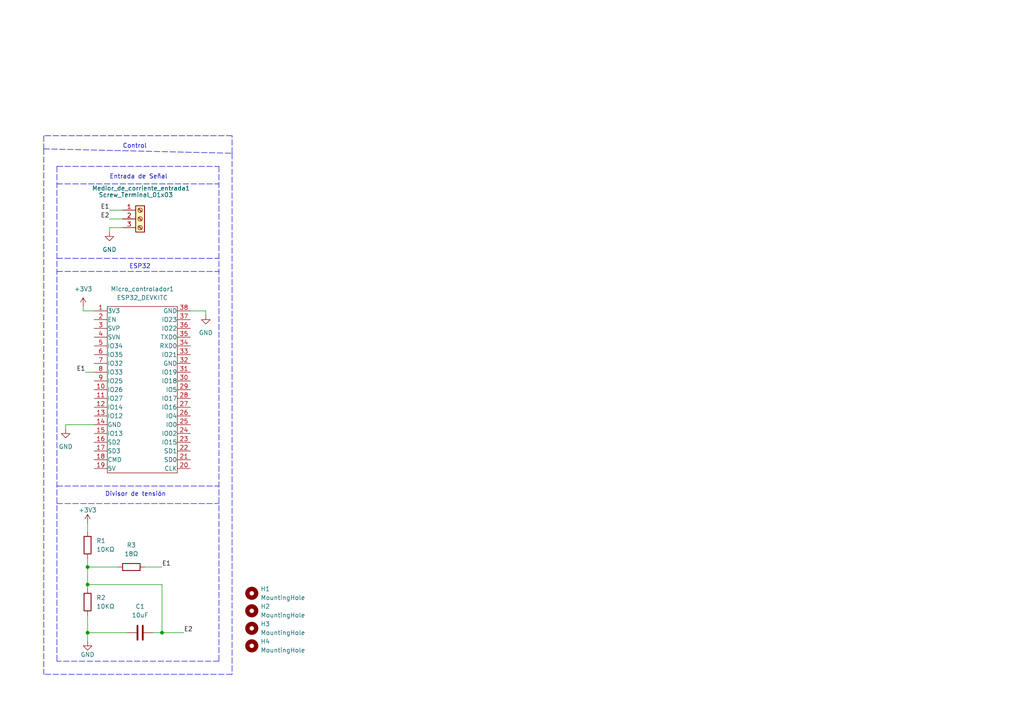
<source format=kicad_sch>
(kicad_sch (version 20211123) (generator eeschema)

  (uuid e63e39d7-6ac0-4ffd-8aa3-1841a4541b55)

  (paper "A4")

  (lib_symbols
    (symbol "Connector:Screw_Terminal_01x03" (pin_names (offset 1.016) hide) (in_bom yes) (on_board yes)
      (property "Reference" "J" (id 0) (at 0 5.08 0)
        (effects (font (size 1.27 1.27)))
      )
      (property "Value" "Screw_Terminal_01x03" (id 1) (at 0 -5.08 0)
        (effects (font (size 1.27 1.27)))
      )
      (property "Footprint" "" (id 2) (at 0 0 0)
        (effects (font (size 1.27 1.27)) hide)
      )
      (property "Datasheet" "~" (id 3) (at 0 0 0)
        (effects (font (size 1.27 1.27)) hide)
      )
      (property "ki_keywords" "screw terminal" (id 4) (at 0 0 0)
        (effects (font (size 1.27 1.27)) hide)
      )
      (property "ki_description" "Generic screw terminal, single row, 01x03, script generated (kicad-library-utils/schlib/autogen/connector/)" (id 5) (at 0 0 0)
        (effects (font (size 1.27 1.27)) hide)
      )
      (property "ki_fp_filters" "TerminalBlock*:*" (id 6) (at 0 0 0)
        (effects (font (size 1.27 1.27)) hide)
      )
      (symbol "Screw_Terminal_01x03_1_1"
        (rectangle (start -1.27 3.81) (end 1.27 -3.81)
          (stroke (width 0.254) (type default) (color 0 0 0 0))
          (fill (type background))
        )
        (circle (center 0 -2.54) (radius 0.635)
          (stroke (width 0.1524) (type default) (color 0 0 0 0))
          (fill (type none))
        )
        (polyline
          (pts
            (xy -0.5334 -2.2098)
            (xy 0.3302 -3.048)
          )
          (stroke (width 0.1524) (type default) (color 0 0 0 0))
          (fill (type none))
        )
        (polyline
          (pts
            (xy -0.5334 0.3302)
            (xy 0.3302 -0.508)
          )
          (stroke (width 0.1524) (type default) (color 0 0 0 0))
          (fill (type none))
        )
        (polyline
          (pts
            (xy -0.5334 2.8702)
            (xy 0.3302 2.032)
          )
          (stroke (width 0.1524) (type default) (color 0 0 0 0))
          (fill (type none))
        )
        (polyline
          (pts
            (xy -0.3556 -2.032)
            (xy 0.508 -2.8702)
          )
          (stroke (width 0.1524) (type default) (color 0 0 0 0))
          (fill (type none))
        )
        (polyline
          (pts
            (xy -0.3556 0.508)
            (xy 0.508 -0.3302)
          )
          (stroke (width 0.1524) (type default) (color 0 0 0 0))
          (fill (type none))
        )
        (polyline
          (pts
            (xy -0.3556 3.048)
            (xy 0.508 2.2098)
          )
          (stroke (width 0.1524) (type default) (color 0 0 0 0))
          (fill (type none))
        )
        (circle (center 0 0) (radius 0.635)
          (stroke (width 0.1524) (type default) (color 0 0 0 0))
          (fill (type none))
        )
        (circle (center 0 2.54) (radius 0.635)
          (stroke (width 0.1524) (type default) (color 0 0 0 0))
          (fill (type none))
        )
        (pin passive line (at -5.08 2.54 0) (length 3.81)
          (name "Pin_1" (effects (font (size 1.27 1.27))))
          (number "1" (effects (font (size 1.27 1.27))))
        )
        (pin passive line (at -5.08 0 0) (length 3.81)
          (name "Pin_2" (effects (font (size 1.27 1.27))))
          (number "2" (effects (font (size 1.27 1.27))))
        )
        (pin passive line (at -5.08 -2.54 0) (length 3.81)
          (name "Pin_3" (effects (font (size 1.27 1.27))))
          (number "3" (effects (font (size 1.27 1.27))))
        )
      )
    )
    (symbol "Device:C" (pin_numbers hide) (pin_names (offset 0.254)) (in_bom yes) (on_board yes)
      (property "Reference" "C" (id 0) (at 0.635 2.54 0)
        (effects (font (size 1.27 1.27)) (justify left))
      )
      (property "Value" "C" (id 1) (at 0.635 -2.54 0)
        (effects (font (size 1.27 1.27)) (justify left))
      )
      (property "Footprint" "" (id 2) (at 0.9652 -3.81 0)
        (effects (font (size 1.27 1.27)) hide)
      )
      (property "Datasheet" "~" (id 3) (at 0 0 0)
        (effects (font (size 1.27 1.27)) hide)
      )
      (property "ki_keywords" "cap capacitor" (id 4) (at 0 0 0)
        (effects (font (size 1.27 1.27)) hide)
      )
      (property "ki_description" "Unpolarized capacitor" (id 5) (at 0 0 0)
        (effects (font (size 1.27 1.27)) hide)
      )
      (property "ki_fp_filters" "C_*" (id 6) (at 0 0 0)
        (effects (font (size 1.27 1.27)) hide)
      )
      (symbol "C_0_1"
        (polyline
          (pts
            (xy -2.032 -0.762)
            (xy 2.032 -0.762)
          )
          (stroke (width 0.508) (type default) (color 0 0 0 0))
          (fill (type none))
        )
        (polyline
          (pts
            (xy -2.032 0.762)
            (xy 2.032 0.762)
          )
          (stroke (width 0.508) (type default) (color 0 0 0 0))
          (fill (type none))
        )
      )
      (symbol "C_1_1"
        (pin passive line (at 0 3.81 270) (length 2.794)
          (name "~" (effects (font (size 1.27 1.27))))
          (number "1" (effects (font (size 1.27 1.27))))
        )
        (pin passive line (at 0 -3.81 90) (length 2.794)
          (name "~" (effects (font (size 1.27 1.27))))
          (number "2" (effects (font (size 1.27 1.27))))
        )
      )
    )
    (symbol "Device:R" (pin_numbers hide) (pin_names (offset 0)) (in_bom yes) (on_board yes)
      (property "Reference" "R" (id 0) (at 2.032 0 90)
        (effects (font (size 1.27 1.27)))
      )
      (property "Value" "R" (id 1) (at 0 0 90)
        (effects (font (size 1.27 1.27)))
      )
      (property "Footprint" "" (id 2) (at -1.778 0 90)
        (effects (font (size 1.27 1.27)) hide)
      )
      (property "Datasheet" "~" (id 3) (at 0 0 0)
        (effects (font (size 1.27 1.27)) hide)
      )
      (property "ki_keywords" "R res resistor" (id 4) (at 0 0 0)
        (effects (font (size 1.27 1.27)) hide)
      )
      (property "ki_description" "Resistor" (id 5) (at 0 0 0)
        (effects (font (size 1.27 1.27)) hide)
      )
      (property "ki_fp_filters" "R_*" (id 6) (at 0 0 0)
        (effects (font (size 1.27 1.27)) hide)
      )
      (symbol "R_0_1"
        (rectangle (start -1.016 -2.54) (end 1.016 2.54)
          (stroke (width 0.254) (type default) (color 0 0 0 0))
          (fill (type none))
        )
      )
      (symbol "R_1_1"
        (pin passive line (at 0 3.81 270) (length 1.27)
          (name "~" (effects (font (size 1.27 1.27))))
          (number "1" (effects (font (size 1.27 1.27))))
        )
        (pin passive line (at 0 -3.81 90) (length 1.27)
          (name "~" (effects (font (size 1.27 1.27))))
          (number "2" (effects (font (size 1.27 1.27))))
        )
      )
    )
    (symbol "EESTN5:ESP32_DEVKITC" (pin_names (offset 0.0254)) (in_bom yes) (on_board yes)
      (property "Reference" "U" (id 0) (at 0 25.4 0)
        (effects (font (size 1.27 1.27)))
      )
      (property "Value" "ESP32_DEVKITC" (id 1) (at 0 -25.4 0)
        (effects (font (size 1.27 1.27)))
      )
      (property "Footprint" "" (id 2) (at -7.62 -25.4 0)
        (effects (font (size 1.27 1.27)) hide)
      )
      (property "Datasheet" "" (id 3) (at -7.62 -25.4 0)
        (effects (font (size 1.27 1.27)) hide)
      )
      (property "ki_description" "ESP32-DEVKITC" (id 4) (at 0 0 0)
        (effects (font (size 1.27 1.27)) hide)
      )
      (property "ki_fp_filters" "ESP32*" (id 5) (at 0 0 0)
        (effects (font (size 1.27 1.27)) hide)
      )
      (symbol "ESP32_DEVKITC_0_1"
        (rectangle (start -10.16 24.13) (end 10.16 -24.13)
          (stroke (width 0) (type default) (color 0 0 0 0))
          (fill (type none))
        )
      )
      (symbol "ESP32_DEVKITC_1_1"
        (pin passive line (at -13.97 22.86 0) (length 3.81)
          (name "3V3" (effects (font (size 1.27 1.27))))
          (number "1" (effects (font (size 1.27 1.27))))
        )
        (pin passive line (at -13.97 0 0) (length 3.81)
          (name "IO26" (effects (font (size 1.27 1.27))))
          (number "10" (effects (font (size 1.27 1.27))))
        )
        (pin passive line (at -13.97 -2.54 0) (length 3.81)
          (name "IO27" (effects (font (size 1.27 1.27))))
          (number "11" (effects (font (size 1.27 1.27))))
        )
        (pin passive line (at -13.97 -5.08 0) (length 3.81)
          (name "IO14" (effects (font (size 1.27 1.27))))
          (number "12" (effects (font (size 1.27 1.27))))
        )
        (pin passive line (at -13.97 -7.62 0) (length 3.81)
          (name "IO12" (effects (font (size 1.27 1.27))))
          (number "13" (effects (font (size 1.27 1.27))))
        )
        (pin passive line (at -13.97 -10.16 0) (length 3.81)
          (name "GND" (effects (font (size 1.27 1.27))))
          (number "14" (effects (font (size 1.27 1.27))))
        )
        (pin passive line (at -13.97 -12.7 0) (length 3.81)
          (name "IO13" (effects (font (size 1.27 1.27))))
          (number "15" (effects (font (size 1.27 1.27))))
        )
        (pin passive line (at -13.97 -15.24 0) (length 3.81)
          (name "SD2" (effects (font (size 1.27 1.27))))
          (number "16" (effects (font (size 1.27 1.27))))
        )
        (pin passive line (at -13.97 -17.78 0) (length 3.81)
          (name "SD3" (effects (font (size 1.27 1.27))))
          (number "17" (effects (font (size 1.27 1.27))))
        )
        (pin passive line (at -13.97 -20.32 0) (length 3.81)
          (name "CMD" (effects (font (size 1.27 1.27))))
          (number "18" (effects (font (size 1.27 1.27))))
        )
        (pin passive line (at -13.97 -22.86 0) (length 3.81)
          (name "5V" (effects (font (size 1.27 1.27))))
          (number "19" (effects (font (size 1.27 1.27))))
        )
        (pin passive line (at -13.97 20.32 0) (length 3.81)
          (name "EN" (effects (font (size 1.27 1.27))))
          (number "2" (effects (font (size 1.27 1.27))))
        )
        (pin passive line (at 13.97 -22.86 180) (length 3.81)
          (name "CLK" (effects (font (size 1.27 1.27))))
          (number "20" (effects (font (size 1.27 1.27))))
        )
        (pin passive line (at 13.97 -20.32 180) (length 3.81)
          (name "SD0" (effects (font (size 1.27 1.27))))
          (number "21" (effects (font (size 1.27 1.27))))
        )
        (pin passive line (at 13.97 -17.78 180) (length 3.81)
          (name "SD1" (effects (font (size 1.27 1.27))))
          (number "22" (effects (font (size 1.27 1.27))))
        )
        (pin passive line (at 13.97 -15.24 180) (length 3.81)
          (name "IO15" (effects (font (size 1.27 1.27))))
          (number "23" (effects (font (size 1.27 1.27))))
        )
        (pin passive line (at 13.97 -12.7 180) (length 3.81)
          (name "IO02" (effects (font (size 1.27 1.27))))
          (number "24" (effects (font (size 1.27 1.27))))
        )
        (pin passive line (at 13.97 -10.16 180) (length 3.81)
          (name "IO0" (effects (font (size 1.27 1.27))))
          (number "25" (effects (font (size 1.27 1.27))))
        )
        (pin passive line (at 13.97 -7.62 180) (length 3.81)
          (name "IO4" (effects (font (size 1.27 1.27))))
          (number "26" (effects (font (size 1.27 1.27))))
        )
        (pin passive line (at 13.97 -5.08 180) (length 3.81)
          (name "IO16" (effects (font (size 1.27 1.27))))
          (number "27" (effects (font (size 1.27 1.27))))
        )
        (pin passive line (at 13.97 -2.54 180) (length 3.81)
          (name "IO17" (effects (font (size 1.27 1.27))))
          (number "28" (effects (font (size 1.27 1.27))))
        )
        (pin passive line (at 13.97 0 180) (length 3.81)
          (name "IO5" (effects (font (size 1.27 1.27))))
          (number "29" (effects (font (size 1.27 1.27))))
        )
        (pin passive line (at -13.97 17.78 0) (length 3.81)
          (name "SVP" (effects (font (size 1.27 1.27))))
          (number "3" (effects (font (size 1.27 1.27))))
        )
        (pin passive line (at 13.97 2.54 180) (length 3.81)
          (name "IO18" (effects (font (size 1.27 1.27))))
          (number "30" (effects (font (size 1.27 1.27))))
        )
        (pin passive line (at 13.97 5.08 180) (length 3.81)
          (name "IO19" (effects (font (size 1.27 1.27))))
          (number "31" (effects (font (size 1.27 1.27))))
        )
        (pin passive line (at 13.97 7.62 180) (length 3.81)
          (name "GND" (effects (font (size 1.27 1.27))))
          (number "32" (effects (font (size 1.27 1.27))))
        )
        (pin passive line (at 13.97 10.16 180) (length 3.81)
          (name "IO21" (effects (font (size 1.27 1.27))))
          (number "33" (effects (font (size 1.27 1.27))))
        )
        (pin passive line (at 13.97 12.7 180) (length 3.81)
          (name "RXD0" (effects (font (size 1.27 1.27))))
          (number "34" (effects (font (size 1.27 1.27))))
        )
        (pin passive line (at 13.97 15.24 180) (length 3.81)
          (name "TXD0" (effects (font (size 1.27 1.27))))
          (number "35" (effects (font (size 1.27 1.27))))
        )
        (pin passive line (at 13.97 17.78 180) (length 3.81)
          (name "IO22" (effects (font (size 1.27 1.27))))
          (number "36" (effects (font (size 1.27 1.27))))
        )
        (pin passive line (at 13.97 20.32 180) (length 3.81)
          (name "IO23" (effects (font (size 1.27 1.27))))
          (number "37" (effects (font (size 1.27 1.27))))
        )
        (pin passive line (at 13.97 22.86 180) (length 3.81)
          (name "GND" (effects (font (size 1.27 1.27))))
          (number "38" (effects (font (size 1.27 1.27))))
        )
        (pin passive line (at -13.97 15.24 0) (length 3.81)
          (name "SVN" (effects (font (size 1.27 1.27))))
          (number "4" (effects (font (size 1.27 1.27))))
        )
        (pin passive line (at -13.97 12.7 0) (length 3.81)
          (name "IO34" (effects (font (size 1.27 1.27))))
          (number "5" (effects (font (size 1.27 1.27))))
        )
        (pin passive line (at -13.97 10.16 0) (length 3.81)
          (name "IO35" (effects (font (size 1.27 1.27))))
          (number "6" (effects (font (size 1.27 1.27))))
        )
        (pin passive line (at -13.97 7.62 0) (length 3.81)
          (name "IO32" (effects (font (size 1.27 1.27))))
          (number "7" (effects (font (size 1.27 1.27))))
        )
        (pin passive line (at -13.97 5.08 0) (length 3.81)
          (name "IO33" (effects (font (size 1.27 1.27))))
          (number "8" (effects (font (size 1.27 1.27))))
        )
        (pin passive line (at -13.97 2.54 0) (length 3.81)
          (name "IO25" (effects (font (size 1.27 1.27))))
          (number "9" (effects (font (size 1.27 1.27))))
        )
      )
    )
    (symbol "Mechanical:MountingHole" (pin_names (offset 1.016)) (in_bom yes) (on_board yes)
      (property "Reference" "H" (id 0) (at 0 5.08 0)
        (effects (font (size 1.27 1.27)))
      )
      (property "Value" "MountingHole" (id 1) (at 0 3.175 0)
        (effects (font (size 1.27 1.27)))
      )
      (property "Footprint" "" (id 2) (at 0 0 0)
        (effects (font (size 1.27 1.27)) hide)
      )
      (property "Datasheet" "~" (id 3) (at 0 0 0)
        (effects (font (size 1.27 1.27)) hide)
      )
      (property "ki_keywords" "mounting hole" (id 4) (at 0 0 0)
        (effects (font (size 1.27 1.27)) hide)
      )
      (property "ki_description" "Mounting Hole without connection" (id 5) (at 0 0 0)
        (effects (font (size 1.27 1.27)) hide)
      )
      (property "ki_fp_filters" "MountingHole*" (id 6) (at 0 0 0)
        (effects (font (size 1.27 1.27)) hide)
      )
      (symbol "MountingHole_0_1"
        (circle (center 0 0) (radius 1.27)
          (stroke (width 1.27) (type default) (color 0 0 0 0))
          (fill (type none))
        )
      )
    )
    (symbol "power:+3.3V" (power) (pin_names (offset 0)) (in_bom yes) (on_board yes)
      (property "Reference" "#PWR" (id 0) (at 0 -3.81 0)
        (effects (font (size 1.27 1.27)) hide)
      )
      (property "Value" "+3.3V" (id 1) (at 0 3.556 0)
        (effects (font (size 1.27 1.27)))
      )
      (property "Footprint" "" (id 2) (at 0 0 0)
        (effects (font (size 1.27 1.27)) hide)
      )
      (property "Datasheet" "" (id 3) (at 0 0 0)
        (effects (font (size 1.27 1.27)) hide)
      )
      (property "ki_keywords" "power-flag" (id 4) (at 0 0 0)
        (effects (font (size 1.27 1.27)) hide)
      )
      (property "ki_description" "Power symbol creates a global label with name \"+3.3V\"" (id 5) (at 0 0 0)
        (effects (font (size 1.27 1.27)) hide)
      )
      (symbol "+3.3V_0_1"
        (polyline
          (pts
            (xy -0.762 1.27)
            (xy 0 2.54)
          )
          (stroke (width 0) (type default) (color 0 0 0 0))
          (fill (type none))
        )
        (polyline
          (pts
            (xy 0 0)
            (xy 0 2.54)
          )
          (stroke (width 0) (type default) (color 0 0 0 0))
          (fill (type none))
        )
        (polyline
          (pts
            (xy 0 2.54)
            (xy 0.762 1.27)
          )
          (stroke (width 0) (type default) (color 0 0 0 0))
          (fill (type none))
        )
      )
      (symbol "+3.3V_1_1"
        (pin power_in line (at 0 0 90) (length 0) hide
          (name "+3V3" (effects (font (size 1.27 1.27))))
          (number "1" (effects (font (size 1.27 1.27))))
        )
      )
    )
    (symbol "power:GND" (power) (pin_names (offset 0)) (in_bom yes) (on_board yes)
      (property "Reference" "#PWR" (id 0) (at 0 -6.35 0)
        (effects (font (size 1.27 1.27)) hide)
      )
      (property "Value" "GND" (id 1) (at 0 -3.81 0)
        (effects (font (size 1.27 1.27)))
      )
      (property "Footprint" "" (id 2) (at 0 0 0)
        (effects (font (size 1.27 1.27)) hide)
      )
      (property "Datasheet" "" (id 3) (at 0 0 0)
        (effects (font (size 1.27 1.27)) hide)
      )
      (property "ki_keywords" "power-flag" (id 4) (at 0 0 0)
        (effects (font (size 1.27 1.27)) hide)
      )
      (property "ki_description" "Power symbol creates a global label with name \"GND\" , ground" (id 5) (at 0 0 0)
        (effects (font (size 1.27 1.27)) hide)
      )
      (symbol "GND_0_1"
        (polyline
          (pts
            (xy 0 0)
            (xy 0 -1.27)
            (xy 1.27 -1.27)
            (xy 0 -2.54)
            (xy -1.27 -1.27)
            (xy 0 -1.27)
          )
          (stroke (width 0) (type default) (color 0 0 0 0))
          (fill (type none))
        )
      )
      (symbol "GND_1_1"
        (pin power_in line (at 0 0 270) (length 0) hide
          (name "GND" (effects (font (size 1.27 1.27))))
          (number "1" (effects (font (size 1.27 1.27))))
        )
      )
    )
  )

  (junction (at 46.99 183.515) (diameter 0) (color 0 0 0 0)
    (uuid 52ec7ce5-1676-4938-bcd4-a1ea09b2faf7)
  )
  (junction (at 25.4 164.465) (diameter 0) (color 0 0 0 0)
    (uuid 56bc4679-18ed-431b-8461-9230b613cdcd)
  )
  (junction (at 25.4 183.515) (diameter 0) (color 0 0 0 0)
    (uuid 6321da49-3889-482b-8552-92945daa3d4c)
  )
  (junction (at 25.4 169.545) (diameter 0) (color 0 0 0 0)
    (uuid b8b5007b-5745-43a3-a2f8-7d19c6d63513)
  )

  (wire (pts (xy 25.4 161.925) (xy 25.4 164.465))
    (stroke (width 0) (type default) (color 0 0 0 0))
    (uuid 0730ab8b-8800-4efd-8a32-32110996c7a0)
  )
  (polyline (pts (xy 16.51 140.97) (xy 63.5 140.97))
    (stroke (width 0) (type default) (color 0 0 0 0))
    (uuid 091bc32a-5b5e-4aa8-bc5a-2ae1b1ce1be2)
  )

  (wire (pts (xy 25.4 164.465) (xy 34.29 164.465))
    (stroke (width 0) (type default) (color 0 0 0 0))
    (uuid 0b22ed32-7ed2-4791-a8c6-8d5abbb91b7a)
  )
  (polyline (pts (xy 63.5 191.77) (xy 16.51 191.77))
    (stroke (width 0) (type default) (color 0 0 0 0))
    (uuid 1110b151-a425-40eb-9bcb-770357bb8791)
  )
  (polyline (pts (xy 16.51 48.26) (xy 16.51 191.77))
    (stroke (width 0) (type default) (color 0 0 0 0))
    (uuid 1224d8c7-be53-429e-b79a-0528891a8ced)
  )
  (polyline (pts (xy 16.51 53.34) (xy 63.5 53.34))
    (stroke (width 0) (type default) (color 0 0 0 0))
    (uuid 184465e6-9325-4fda-bf34-4f51b333a762)
  )

  (wire (pts (xy 25.4 151.765) (xy 25.4 154.305))
    (stroke (width 0) (type default) (color 0 0 0 0))
    (uuid 1a848b78-88c0-4f81-9b86-c93baa3ab764)
  )
  (polyline (pts (xy 63.5 48.26) (xy 63.5 191.77))
    (stroke (width 0) (type default) (color 0 0 0 0))
    (uuid 1b703e37-bd30-4906-b85e-b9b1bd752118)
  )
  (polyline (pts (xy 67.31 44.45) (xy 67.31 39.37))
    (stroke (width 0) (type default) (color 0 0 0 0))
    (uuid 1ee1cc14-8e12-41bb-b511-03f45367a856)
  )

  (wire (pts (xy 44.45 183.515) (xy 46.99 183.515))
    (stroke (width 0) (type default) (color 0 0 0 0))
    (uuid 1f3f8b3f-8f9a-431e-88d9-ca5c1497ee88)
  )
  (polyline (pts (xy 67.31 39.37) (xy 12.7 39.37))
    (stroke (width 0) (type default) (color 0 0 0 0))
    (uuid 21bf2cd3-ee80-433c-98c0-4ffc06eb6782)
  )

  (wire (pts (xy 25.4 183.515) (xy 36.83 183.515))
    (stroke (width 0) (type default) (color 0 0 0 0))
    (uuid 2a5cb9dd-9553-4963-8f42-945ad4add8df)
  )
  (polyline (pts (xy 12.7 43.18) (xy 12.7 195.58))
    (stroke (width 0) (type default) (color 0 0 0 0))
    (uuid 2f830f1a-9398-4c1a-9888-0bf865a289d0)
  )

  (wire (pts (xy 25.4 169.545) (xy 25.4 170.815))
    (stroke (width 0) (type default) (color 0 0 0 0))
    (uuid 3e04e3ac-263e-4b99-bbd9-4766d8efc34d)
  )
  (wire (pts (xy 31.75 66.04) (xy 31.75 67.31))
    (stroke (width 0) (type default) (color 0 0 0 0))
    (uuid 402db416-4f15-43ba-a041-a286249b3bc3)
  )
  (wire (pts (xy 59.69 91.44) (xy 59.69 90.17))
    (stroke (width 0) (type default) (color 0 0 0 0))
    (uuid 40575121-c40c-4af1-a2b6-3f7132458c89)
  )
  (wire (pts (xy 25.4 164.465) (xy 25.4 169.545))
    (stroke (width 0) (type default) (color 0 0 0 0))
    (uuid 4453ff46-1bba-47c9-b06c-49eddd61b77d)
  )
  (wire (pts (xy 24.765 107.95) (xy 27.305 107.95))
    (stroke (width 0) (type default) (color 0 0 0 0))
    (uuid 4938e13e-db1b-4186-9d01-4a4b572de8aa)
  )
  (polyline (pts (xy 67.31 195.58) (xy 12.7 195.58))
    (stroke (width 0) (type default) (color 0 0 0 0))
    (uuid 582603f9-61e7-4a96-987c-a1b48e96d2dd)
  )

  (wire (pts (xy 46.99 183.515) (xy 46.99 169.545))
    (stroke (width 0) (type default) (color 0 0 0 0))
    (uuid 595be453-f7ae-43a4-98dc-9f4206218d14)
  )
  (polyline (pts (xy 16.51 78.74) (xy 63.5 78.74))
    (stroke (width 0) (type default) (color 0 0 0 0))
    (uuid 68e36b5f-2997-418c-80e6-2120cfa5560b)
  )
  (polyline (pts (xy 16.51 74.93) (xy 63.5 74.93))
    (stroke (width 0) (type default) (color 0 0 0 0))
    (uuid 6a51f8a5-b887-41eb-a6a3-01c35608c63f)
  )

  (wire (pts (xy 31.75 60.96) (xy 35.56 60.96))
    (stroke (width 0) (type default) (color 0 0 0 0))
    (uuid 73ab838d-f1a8-4972-8e9b-0fb69da46810)
  )
  (wire (pts (xy 25.4 183.515) (xy 25.4 186.055))
    (stroke (width 0) (type default) (color 0 0 0 0))
    (uuid 86dfd74e-c357-4b95-9f81-ec62b56ff335)
  )
  (polyline (pts (xy 16.51 48.26) (xy 63.5 48.26))
    (stroke (width 0) (type default) (color 0 0 0 0))
    (uuid a24661eb-88e6-4247-9b38-542c99e740b9)
  )

  (wire (pts (xy 19.05 123.19) (xy 27.305 123.19))
    (stroke (width 0) (type default) (color 0 0 0 0))
    (uuid ae85030e-df79-4b9a-95db-c56cb648c4bc)
  )
  (polyline (pts (xy 67.31 44.45) (xy 67.31 195.58))
    (stroke (width 0) (type default) (color 0 0 0 0))
    (uuid ba2e2ace-a9b1-4217-84da-29d0e74dfd3d)
  )

  (wire (pts (xy 46.99 169.545) (xy 25.4 169.545))
    (stroke (width 0) (type default) (color 0 0 0 0))
    (uuid bb11a973-eb6d-458d-b80e-df4595403fdb)
  )
  (wire (pts (xy 19.05 123.19) (xy 19.05 124.46))
    (stroke (width 0) (type default) (color 0 0 0 0))
    (uuid bb71b2bd-0f78-481e-8753-efc6bbc589b1)
  )
  (polyline (pts (xy 12.7 43.18) (xy 67.31 44.45))
    (stroke (width 0) (type default) (color 0 0 0 0))
    (uuid c15cdab9-1a4f-46b6-af15-8a58a4637732)
  )

  (wire (pts (xy 59.69 90.17) (xy 55.245 90.17))
    (stroke (width 0) (type default) (color 0 0 0 0))
    (uuid c3bfa60e-4872-4908-abd4-ed1f968c7eba)
  )
  (polyline (pts (xy 16.51 146.05) (xy 63.5 146.05))
    (stroke (width 0) (type default) (color 0 0 0 0))
    (uuid ccf63723-f015-418b-8e9d-5165646168f7)
  )

  (wire (pts (xy 46.99 183.515) (xy 53.34 183.515))
    (stroke (width 0) (type default) (color 0 0 0 0))
    (uuid cdf75ff3-9833-41df-962a-c77c71d4dd94)
  )
  (wire (pts (xy 35.56 66.04) (xy 31.75 66.04))
    (stroke (width 0) (type default) (color 0 0 0 0))
    (uuid cef75bcb-4d81-4e78-9c81-9fffac31d4f4)
  )
  (polyline (pts (xy 12.7 39.37) (xy 12.7 43.18))
    (stroke (width 0) (type default) (color 0 0 0 0))
    (uuid cf271eb1-19de-4e49-86f0-750b8041f12f)
  )

  (wire (pts (xy 27.305 90.17) (xy 24.13 90.17))
    (stroke (width 0) (type default) (color 0 0 0 0))
    (uuid d6e6dbe3-4533-421d-9c29-ede663508863)
  )
  (wire (pts (xy 31.75 63.5) (xy 35.56 63.5))
    (stroke (width 0) (type default) (color 0 0 0 0))
    (uuid d78b5901-cf38-4096-bb5a-db503a80044e)
  )
  (wire (pts (xy 25.4 178.435) (xy 25.4 183.515))
    (stroke (width 0) (type default) (color 0 0 0 0))
    (uuid dfe132ba-e343-41e8-9629-e80a363f1967)
  )
  (wire (pts (xy 24.13 90.17) (xy 24.13 88.9))
    (stroke (width 0) (type default) (color 0 0 0 0))
    (uuid e7b6e958-1c55-4971-828a-4eed1f88b6ae)
  )
  (wire (pts (xy 41.91 164.465) (xy 46.99 164.465))
    (stroke (width 0) (type default) (color 0 0 0 0))
    (uuid fcefa9f3-77bf-44d1-aaec-6162eba1a047)
  )

  (text "ESP32" (at 37.465 78.105 0)
    (effects (font (size 1.27 1.27)) (justify left bottom))
    (uuid 265b8d18-b317-4461-b05d-a2800fc3d164)
  )
  (text "Control" (at 35.56 43.18 0)
    (effects (font (size 1.27 1.27)) (justify left bottom))
    (uuid 7921afc1-d3a1-4528-82cc-cbd3de524597)
  )
  (text "Divisor de tensión" (at 30.48 144.145 0)
    (effects (font (size 1.27 1.27)) (justify left bottom))
    (uuid 8dc00d42-41c3-470f-a48a-a91c480dd72c)
  )
  (text "Entrada de Señal" (at 31.75 52.07 0)
    (effects (font (size 1.27 1.27)) (justify left bottom))
    (uuid 92b67979-322c-4347-92a3-98ae8850fb16)
  )

  (label "E1" (at 46.99 164.465 0)
    (effects (font (size 1.27 1.27)) (justify left bottom))
    (uuid 0846a364-1786-4c58-b776-5529f5ded9c0)
  )
  (label "E2" (at 31.75 63.5 180)
    (effects (font (size 1.27 1.27)) (justify right bottom))
    (uuid 397b6a21-cb05-4cbf-82cf-a8f9164c4405)
  )
  (label "E1" (at 31.75 60.96 180)
    (effects (font (size 1.27 1.27)) (justify right bottom))
    (uuid 458e17c4-880f-48e3-915b-ffa501ac232c)
  )
  (label "E2" (at 53.34 183.515 0)
    (effects (font (size 1.27 1.27)) (justify left bottom))
    (uuid 4e4f66a8-3522-464f-a6a7-2896c68466c4)
  )
  (label "E1" (at 24.765 107.95 180)
    (effects (font (size 1.27 1.27)) (justify right bottom))
    (uuid feaa2aaf-c401-48c0-9bc2-6ea129fefca2)
  )

  (symbol (lib_id "power:GND") (at 25.4 186.055 0) (unit 1)
    (in_bom yes) (on_board yes)
    (uuid 183b77eb-3a2b-4f2f-9ee9-636521e4414b)
    (property "Reference" "#PWR05" (id 0) (at 25.4 192.405 0)
      (effects (font (size 1.27 1.27)) hide)
    )
    (property "Value" "GND" (id 1) (at 25.4 189.865 0))
    (property "Footprint" "" (id 2) (at 25.4 186.055 0)
      (effects (font (size 1.27 1.27)) hide)
    )
    (property "Datasheet" "" (id 3) (at 25.4 186.055 0)
      (effects (font (size 1.27 1.27)) hide)
    )
    (pin "1" (uuid a26dcaac-9ebd-4c74-8bad-76e9b158d624))
  )

  (symbol (lib_id "power:GND") (at 59.69 91.44 0) (unit 1)
    (in_bom yes) (on_board yes) (fields_autoplaced)
    (uuid 1bd391cd-4f6d-46d7-924b-83921ac2d6fc)
    (property "Reference" "#PWR07" (id 0) (at 59.69 97.79 0)
      (effects (font (size 1.27 1.27)) hide)
    )
    (property "Value" "GND" (id 1) (at 59.69 96.52 0))
    (property "Footprint" "" (id 2) (at 59.69 91.44 0)
      (effects (font (size 1.27 1.27)) hide)
    )
    (property "Datasheet" "" (id 3) (at 59.69 91.44 0)
      (effects (font (size 1.27 1.27)) hide)
    )
    (pin "1" (uuid 912e5165-c4c7-45fd-949f-2f7e5ac473f3))
  )

  (symbol (lib_id "power:+3.3V") (at 25.4 151.765 0) (unit 1)
    (in_bom yes) (on_board yes)
    (uuid 37d8f0fb-d442-47a2-b5b5-ba552c7293ee)
    (property "Reference" "#PWR04" (id 0) (at 25.4 155.575 0)
      (effects (font (size 1.27 1.27)) hide)
    )
    (property "Value" "+3.3V" (id 1) (at 25.4 147.955 0))
    (property "Footprint" "" (id 2) (at 25.4 151.765 0)
      (effects (font (size 1.27 1.27)) hide)
    )
    (property "Datasheet" "" (id 3) (at 25.4 151.765 0)
      (effects (font (size 1.27 1.27)) hide)
    )
    (pin "1" (uuid 207a5bd1-d917-433f-94ff-afc5933d6664))
  )

  (symbol (lib_id "Connector:Screw_Terminal_01x03") (at 40.64 63.5 0) (unit 1)
    (in_bom yes) (on_board yes)
    (uuid 42d8d113-eb50-4bbd-9509-f972935b17ab)
    (property "Reference" "Medior_de_corriente_entrada1" (id 0) (at 26.67 54.61 0)
      (effects (font (size 1.27 1.27)) (justify left))
    )
    (property "Value" "Screw_Terminal_01x03" (id 1) (at 28.575 56.515 0)
      (effects (font (size 1.27 1.27)) (justify left))
    )
    (property "Footprint" "TerminalBlock:TerminalBlock_bornier-3_P5.08mm" (id 2) (at 40.64 63.5 0)
      (effects (font (size 1.27 1.27)) hide)
    )
    (property "Datasheet" "~" (id 3) (at 40.64 63.5 0)
      (effects (font (size 1.27 1.27)) hide)
    )
    (pin "1" (uuid 268920f1-8ddb-465a-8784-a0a12f47b945))
    (pin "2" (uuid 5fbe7493-4cbe-4fb4-9c8e-9caf9a16acbc))
    (pin "3" (uuid b2d5f3d3-1ee2-4b98-964f-b1e419f071b1))
  )

  (symbol (lib_id "Device:C") (at 40.64 183.515 90) (unit 1)
    (in_bom yes) (on_board yes) (fields_autoplaced)
    (uuid 4b561028-5262-4bae-bfbe-51a26aa9465e)
    (property "Reference" "C1" (id 0) (at 40.64 175.895 90))
    (property "Value" "10uF" (id 1) (at 40.64 178.435 90))
    (property "Footprint" "EESTN5:CAP_ELEC_8x11.5mm" (id 2) (at 44.45 182.5498 0)
      (effects (font (size 1.27 1.27)) hide)
    )
    (property "Datasheet" "~" (id 3) (at 40.64 183.515 0)
      (effects (font (size 1.27 1.27)) hide)
    )
    (pin "1" (uuid 042a6349-724a-441e-bbeb-dfb3ea9f914b))
    (pin "2" (uuid 6a39c4be-fdca-4ded-ab38-899bc83892cd))
  )

  (symbol (lib_id "Mechanical:MountingHole") (at 73.025 172.085 0) (unit 1)
    (in_bom yes) (on_board yes) (fields_autoplaced)
    (uuid 4f770571-8cf4-411a-9944-a764fb6ded97)
    (property "Reference" "H1" (id 0) (at 75.565 170.8149 0)
      (effects (font (size 1.27 1.27)) (justify left))
    )
    (property "Value" "MountingHole" (id 1) (at 75.565 173.3549 0)
      (effects (font (size 1.27 1.27)) (justify left))
    )
    (property "Footprint" "EESTN5:Separador_M3_5mm" (id 2) (at 73.025 172.085 0)
      (effects (font (size 1.27 1.27)) hide)
    )
    (property "Datasheet" "~" (id 3) (at 73.025 172.085 0)
      (effects (font (size 1.27 1.27)) hide)
    )
  )

  (symbol (lib_id "Device:R") (at 25.4 174.625 180) (unit 1)
    (in_bom yes) (on_board yes) (fields_autoplaced)
    (uuid 5938568d-6b74-4e80-9a0f-5cd9a78f6f2c)
    (property "Reference" "R2" (id 0) (at 27.94 173.3549 0)
      (effects (font (size 1.27 1.27)) (justify right))
    )
    (property "Value" "10KΩ" (id 1) (at 27.94 175.8949 0)
      (effects (font (size 1.27 1.27)) (justify right))
    )
    (property "Footprint" "EESTN5:RES0.3" (id 2) (at 27.178 174.625 90)
      (effects (font (size 1.27 1.27)) hide)
    )
    (property "Datasheet" "~" (id 3) (at 25.4 174.625 0)
      (effects (font (size 1.27 1.27)) hide)
    )
    (pin "1" (uuid a668acf6-d633-49cd-9bb8-e270d424815a))
    (pin "2" (uuid 6a73ba24-3094-4224-88a3-1706809f517a))
  )

  (symbol (lib_id "power:GND") (at 31.75 67.31 0) (unit 1)
    (in_bom yes) (on_board yes) (fields_autoplaced)
    (uuid 6cde4361-3b6a-44ec-9b1e-f7276ec66674)
    (property "Reference" "#PWR06" (id 0) (at 31.75 73.66 0)
      (effects (font (size 1.27 1.27)) hide)
    )
    (property "Value" "GND" (id 1) (at 31.75 72.39 0))
    (property "Footprint" "" (id 2) (at 31.75 67.31 0)
      (effects (font (size 1.27 1.27)) hide)
    )
    (property "Datasheet" "" (id 3) (at 31.75 67.31 0)
      (effects (font (size 1.27 1.27)) hide)
    )
    (pin "1" (uuid 4b91779f-fc58-4520-b789-64f22ec4f1a5))
  )

  (symbol (lib_id "EESTN5:ESP32_DEVKITC") (at 41.275 113.03 0) (unit 1)
    (in_bom yes) (on_board yes) (fields_autoplaced)
    (uuid 81dd3840-f387-4de5-b449-521ff8e2e592)
    (property "Reference" "Micro_controlador1" (id 0) (at 41.275 83.82 0))
    (property "Value" "ESP32_DEVKITC" (id 1) (at 41.275 86.36 0))
    (property "Footprint" "" (id 2) (at 33.655 138.43 0)
      (effects (font (size 1.27 1.27)) hide)
    )
    (property "Datasheet" "" (id 3) (at 33.655 138.43 0)
      (effects (font (size 1.27 1.27)) hide)
    )
    (pin "1" (uuid 9f5c7192-7c02-4995-b770-c5d91fab008d))
    (pin "10" (uuid 35f57512-894f-44cf-8a4d-5cb21d39e589))
    (pin "11" (uuid 942aeae1-ad17-490b-b40f-e90766b3e50b))
    (pin "12" (uuid b15cd18f-b6ae-4dc1-8c04-ec52737d26e6))
    (pin "13" (uuid 2095d51c-0d86-44ee-8e57-b08fb1247d45))
    (pin "14" (uuid 3c6409c9-1e2b-4d84-b58c-eeafdcb5778c))
    (pin "15" (uuid b644c647-0fd1-44b4-b68c-1ed21fe600d9))
    (pin "16" (uuid c86b3c39-b8eb-42dd-80db-4378f5791414))
    (pin "17" (uuid a3fff172-c466-46fd-89fe-955dba36bb2f))
    (pin "18" (uuid ed459c6b-c874-4b6e-9c63-e3127948a6be))
    (pin "19" (uuid aca55e88-e01e-40a6-b2bf-a67e422c0521))
    (pin "2" (uuid 93ec5528-98d8-40ee-b335-00635070c960))
    (pin "20" (uuid 7df24a0c-30ee-4564-93c6-e17bfc55fbe5))
    (pin "21" (uuid e7d022d5-4b1f-43f8-9065-1f982bed49df))
    (pin "22" (uuid 70e97e08-b8f6-4f63-8995-b5a989cc0e97))
    (pin "23" (uuid bd6558bb-0fb5-404f-91c3-456841672800))
    (pin "24" (uuid b5104ada-3fcb-4c05-bf6a-f73718c65e9a))
    (pin "25" (uuid b6dc9eb5-a2ef-4dfa-9225-8cc9a8767405))
    (pin "26" (uuid 9b164708-2d07-4184-8f76-95d9bb4ea507))
    (pin "27" (uuid 98996ecc-92ea-4ffb-a688-29ef34bcd40a))
    (pin "28" (uuid 5d5d9a1c-0a1c-48c1-bb96-a1ba123ce25e))
    (pin "29" (uuid fbf5a941-8c7e-4186-a283-5a410e42e649))
    (pin "3" (uuid ff1f2be3-9f69-4706-bc8c-dc7a8ad26cdf))
    (pin "30" (uuid 3019d00f-67e4-446b-aa55-66bbf9de6a57))
    (pin "31" (uuid ee65fffb-8124-4548-bf5f-e5f7c466256a))
    (pin "32" (uuid 6f34baf3-93db-4b8f-b467-b19390c0570e))
    (pin "33" (uuid 607aa6cd-d7dd-41b6-b954-08c9f8f6bd38))
    (pin "34" (uuid d8dfad6f-c98e-4563-8f62-2e78001e9854))
    (pin "35" (uuid fd0f3321-b59e-4cab-a13d-aa64e2a4d4aa))
    (pin "36" (uuid 2593ce79-6853-4f04-aff0-9ff0b4413e7d))
    (pin "37" (uuid 4c6d458d-12c1-49af-a1b5-87583eff005e))
    (pin "38" (uuid e45e9c05-d4fa-46a8-b43d-b1d7c5a47ae4))
    (pin "4" (uuid 2c852595-6b46-4b3d-bde1-423908def2d7))
    (pin "5" (uuid 5c9796fc-cf70-468b-aac3-e34da35e649e))
    (pin "6" (uuid 5f2e50f6-8aed-4a25-80e0-3b72114de7d5))
    (pin "7" (uuid 83539783-d6a5-48fc-bbe9-9b2bf0b1d3bd))
    (pin "8" (uuid 3a8888d4-6913-4449-93e7-d6e7f6b97eba))
    (pin "9" (uuid 3ef63767-b62c-4d9e-a561-42c4f209abfc))
  )

  (symbol (lib_id "Mechanical:MountingHole") (at 73.025 182.245 0) (unit 1)
    (in_bom yes) (on_board yes) (fields_autoplaced)
    (uuid 83831138-5f63-48ca-9032-6deb0053b01d)
    (property "Reference" "H3" (id 0) (at 75.565 180.9749 0)
      (effects (font (size 1.27 1.27)) (justify left))
    )
    (property "Value" "MountingHole" (id 1) (at 75.565 183.5149 0)
      (effects (font (size 1.27 1.27)) (justify left))
    )
    (property "Footprint" "EESTN5:Separador_M3_5mm" (id 2) (at 73.025 182.245 0)
      (effects (font (size 1.27 1.27)) hide)
    )
    (property "Datasheet" "~" (id 3) (at 73.025 182.245 0)
      (effects (font (size 1.27 1.27)) hide)
    )
  )

  (symbol (lib_id "power:GND") (at 19.05 124.46 0) (unit 1)
    (in_bom yes) (on_board yes) (fields_autoplaced)
    (uuid 9f4eaf42-57ee-4377-bba8-5108701e501f)
    (property "Reference" "#PWR01" (id 0) (at 19.05 130.81 0)
      (effects (font (size 1.27 1.27)) hide)
    )
    (property "Value" "GND" (id 1) (at 19.05 129.54 0))
    (property "Footprint" "" (id 2) (at 19.05 124.46 0)
      (effects (font (size 1.27 1.27)) hide)
    )
    (property "Datasheet" "" (id 3) (at 19.05 124.46 0)
      (effects (font (size 1.27 1.27)) hide)
    )
    (pin "1" (uuid 0d14f303-2345-4ef0-9db7-75f2ded46200))
  )

  (symbol (lib_id "power:+3.3V") (at 24.13 88.9 0) (unit 1)
    (in_bom yes) (on_board yes) (fields_autoplaced)
    (uuid c55cdceb-2b25-4a6e-9156-d94a2371c71b)
    (property "Reference" "#PWR03" (id 0) (at 24.13 92.71 0)
      (effects (font (size 1.27 1.27)) hide)
    )
    (property "Value" "+3.3V" (id 1) (at 24.13 83.82 0))
    (property "Footprint" "" (id 2) (at 24.13 88.9 0)
      (effects (font (size 1.27 1.27)) hide)
    )
    (property "Datasheet" "" (id 3) (at 24.13 88.9 0)
      (effects (font (size 1.27 1.27)) hide)
    )
    (pin "1" (uuid 617dde82-1047-44fe-a0b4-2a86d7414b12))
  )

  (symbol (lib_id "Mechanical:MountingHole") (at 73.025 187.325 0) (unit 1)
    (in_bom yes) (on_board yes) (fields_autoplaced)
    (uuid c5a378ca-5ff9-4a00-9c23-f640dfe49e45)
    (property "Reference" "H4" (id 0) (at 75.565 186.0549 0)
      (effects (font (size 1.27 1.27)) (justify left))
    )
    (property "Value" "MountingHole" (id 1) (at 75.565 188.5949 0)
      (effects (font (size 1.27 1.27)) (justify left))
    )
    (property "Footprint" "EESTN5:Separador_M3_5mm" (id 2) (at 73.025 187.325 0)
      (effects (font (size 1.27 1.27)) hide)
    )
    (property "Datasheet" "~" (id 3) (at 73.025 187.325 0)
      (effects (font (size 1.27 1.27)) hide)
    )
  )

  (symbol (lib_id "Mechanical:MountingHole") (at 73.025 177.165 0) (unit 1)
    (in_bom yes) (on_board yes) (fields_autoplaced)
    (uuid d4d07b33-d232-4aea-bad4-d60915604c2e)
    (property "Reference" "H2" (id 0) (at 75.565 175.8949 0)
      (effects (font (size 1.27 1.27)) (justify left))
    )
    (property "Value" "MountingHole" (id 1) (at 75.565 178.4349 0)
      (effects (font (size 1.27 1.27)) (justify left))
    )
    (property "Footprint" "EESTN5:Separador_M3_5mm" (id 2) (at 73.025 177.165 0)
      (effects (font (size 1.27 1.27)) hide)
    )
    (property "Datasheet" "~" (id 3) (at 73.025 177.165 0)
      (effects (font (size 1.27 1.27)) hide)
    )
  )

  (symbol (lib_id "Device:R") (at 25.4 158.115 180) (unit 1)
    (in_bom yes) (on_board yes) (fields_autoplaced)
    (uuid e1011013-62a3-47d2-9a4f-ee5ec3ce63cf)
    (property "Reference" "R1" (id 0) (at 27.94 156.8449 0)
      (effects (font (size 1.27 1.27)) (justify right))
    )
    (property "Value" "10KΩ" (id 1) (at 27.94 159.3849 0)
      (effects (font (size 1.27 1.27)) (justify right))
    )
    (property "Footprint" "EESTN5:RES0.3" (id 2) (at 27.178 158.115 90)
      (effects (font (size 1.27 1.27)) hide)
    )
    (property "Datasheet" "~" (id 3) (at 25.4 158.115 0)
      (effects (font (size 1.27 1.27)) hide)
    )
    (pin "1" (uuid 71c39310-8686-4d5f-aeac-addc4e636f5e))
    (pin "2" (uuid d3af1df9-d358-447e-bd12-0c6cc62c12ed))
  )

  (symbol (lib_id "Device:R") (at 38.1 164.465 90) (unit 1)
    (in_bom yes) (on_board yes) (fields_autoplaced)
    (uuid fbc9c14a-d573-452c-8b25-14df0dc94153)
    (property "Reference" "R3" (id 0) (at 38.1 158.115 90))
    (property "Value" "18Ω" (id 1) (at 38.1 160.655 90))
    (property "Footprint" "EESTN5:RES0.3" (id 2) (at 38.1 166.243 90)
      (effects (font (size 1.27 1.27)) hide)
    )
    (property "Datasheet" "~" (id 3) (at 38.1 164.465 0)
      (effects (font (size 1.27 1.27)) hide)
    )
    (pin "1" (uuid 0e87fba7-08fe-4b37-bb62-684d87fccbeb))
    (pin "2" (uuid b3644b6a-d46b-466d-80f9-5eefbbb1c600))
  )

  (sheet_instances
    (path "/" (page "1"))
  )

  (symbol_instances
    (path "/9f4eaf42-57ee-4377-bba8-5108701e501f"
      (reference "#PWR01") (unit 1) (value "GND") (footprint "")
    )
    (path "/c55cdceb-2b25-4a6e-9156-d94a2371c71b"
      (reference "#PWR03") (unit 1) (value "+3.3V") (footprint "")
    )
    (path "/37d8f0fb-d442-47a2-b5b5-ba552c7293ee"
      (reference "#PWR04") (unit 1) (value "+3.3V") (footprint "")
    )
    (path "/183b77eb-3a2b-4f2f-9ee9-636521e4414b"
      (reference "#PWR05") (unit 1) (value "GND") (footprint "")
    )
    (path "/6cde4361-3b6a-44ec-9b1e-f7276ec66674"
      (reference "#PWR06") (unit 1) (value "GND") (footprint "")
    )
    (path "/1bd391cd-4f6d-46d7-924b-83921ac2d6fc"
      (reference "#PWR07") (unit 1) (value "GND") (footprint "")
    )
    (path "/4b561028-5262-4bae-bfbe-51a26aa9465e"
      (reference "C1") (unit 1) (value "10uF") (footprint "EESTN5:CAP_ELEC_8x11.5mm")
    )
    (path "/4f770571-8cf4-411a-9944-a764fb6ded97"
      (reference "H1") (unit 1) (value "MountingHole") (footprint "EESTN5:Separador_M3_5mm")
    )
    (path "/d4d07b33-d232-4aea-bad4-d60915604c2e"
      (reference "H2") (unit 1) (value "MountingHole") (footprint "EESTN5:Separador_M3_5mm")
    )
    (path "/83831138-5f63-48ca-9032-6deb0053b01d"
      (reference "H3") (unit 1) (value "MountingHole") (footprint "EESTN5:Separador_M3_5mm")
    )
    (path "/c5a378ca-5ff9-4a00-9c23-f640dfe49e45"
      (reference "H4") (unit 1) (value "MountingHole") (footprint "EESTN5:Separador_M3_5mm")
    )
    (path "/42d8d113-eb50-4bbd-9509-f972935b17ab"
      (reference "Medior_de_corriente_entrada1") (unit 1) (value "Screw_Terminal_01x03") (footprint "TerminalBlock:TerminalBlock_bornier-3_P5.08mm")
    )
    (path "/81dd3840-f387-4de5-b449-521ff8e2e592"
      (reference "Micro_controlador1") (unit 1) (value "ESP32_DEVKITC") (footprint "ESP32devkit:MODULE_ESP32-DEVKITC-32D v2")
    )
    (path "/e1011013-62a3-47d2-9a4f-ee5ec3ce63cf"
      (reference "R1") (unit 1) (value "10KΩ") (footprint "EESTN5:RES0.3")
    )
    (path "/5938568d-6b74-4e80-9a0f-5cd9a78f6f2c"
      (reference "R2") (unit 1) (value "10KΩ") (footprint "EESTN5:RES0.3")
    )
    (path "/fbc9c14a-d573-452c-8b25-14df0dc94153"
      (reference "R3") (unit 1) (value "18Ω") (footprint "EESTN5:RES0.3")
    )
  )
)

</source>
